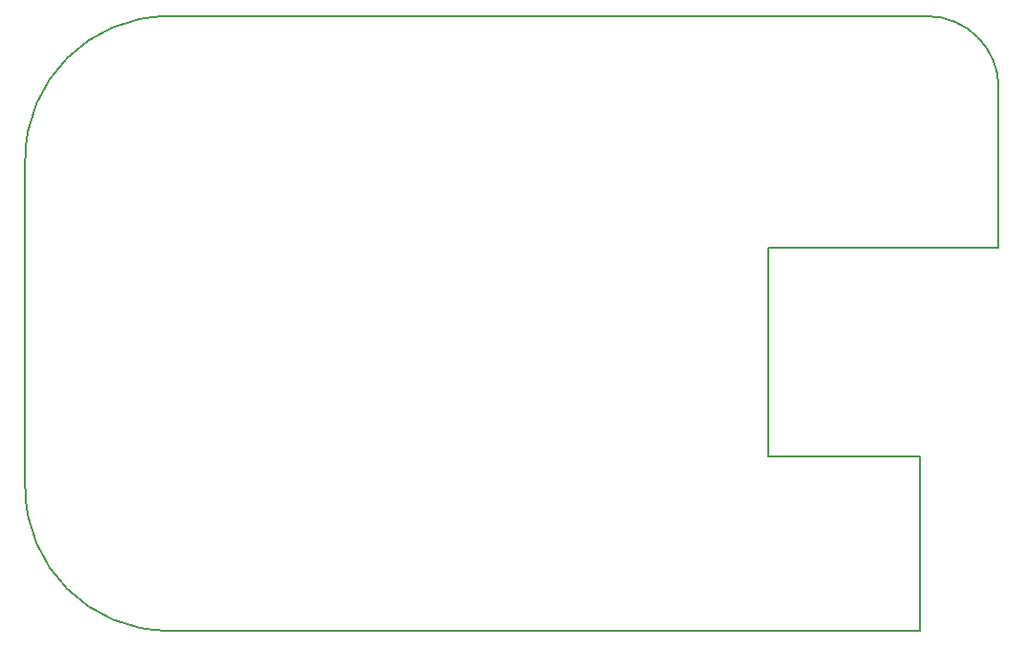
<source format=gm1>
%TF.GenerationSoftware,KiCad,Pcbnew,4.0.1-stable*%
%TF.CreationDate,2016-03-14T18:21:19+01:00*%
%TF.ProjectId,cvra-cape,637672612D636170652E6B696361645F,A*%
%TF.FileFunction,Profile,NP*%
%FSLAX46Y46*%
G04 Gerber Fmt 4.6, Leading zero omitted, Abs format (unit mm)*
G04 Created by KiCad (PCBNEW 4.0.1-stable) date 2016 March 14, Monday 18:21:19*
%MOMM*%
G01*
G04 APERTURE LIST*
%ADD10C,0.100000*%
%ADD11C,0.150000*%
G04 APERTURE END LIST*
D10*
D11*
X96075500Y-113728500D02*
X162750500Y-113728500D01*
X162750500Y-98234500D02*
X149288500Y-98234500D01*
X162750500Y-113728500D02*
X162750500Y-98234500D01*
X169735500Y-79692500D02*
X169735500Y-66738500D01*
X169735500Y-79692500D02*
X149288500Y-79692500D01*
X149288500Y-79692500D02*
X149288500Y-98234500D01*
X169735500Y-65468500D02*
X169735500Y-66738500D01*
X96075500Y-59118500D02*
X163385500Y-59118500D01*
X83375500Y-71818500D02*
X83375500Y-101028500D01*
X96075500Y-59118500D02*
G75*
G03X83375500Y-71818500I0J-12700000D01*
G01*
X83375500Y-101028500D02*
G75*
G03X96075500Y-113728500I12700000J0D01*
G01*
X169735500Y-65468500D02*
G75*
G03X163385500Y-59118500I-6350000J0D01*
G01*
M02*

</source>
